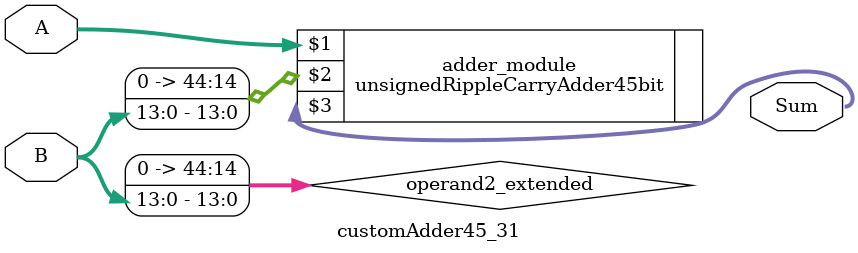
<source format=v>
module customAdder45_31(
                        input [44 : 0] A,
                        input [13 : 0] B,
                        
                        output [45 : 0] Sum
                );

        wire [44 : 0] operand2_extended;
        
        assign operand2_extended =  {31'b0, B};
        
        unsignedRippleCarryAdder45bit adder_module(
            A,
            operand2_extended,
            Sum
        );
        
        endmodule
        
</source>
